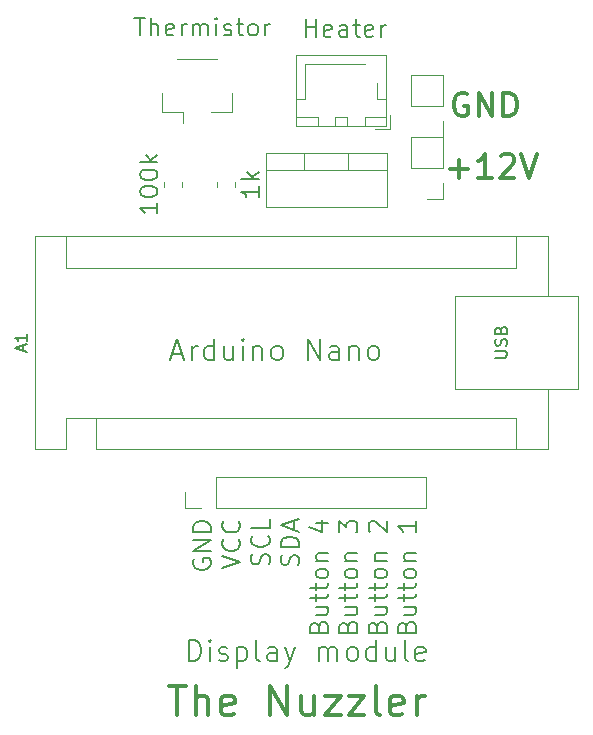
<source format=gbr>
%TF.GenerationSoftware,KiCad,Pcbnew,8.0.5*%
%TF.CreationDate,2024-11-28T22:16:39+01:00*%
%TF.ProjectId,hotendheater,686f7465-6e64-4686-9561-7465722e6b69,rev?*%
%TF.SameCoordinates,Original*%
%TF.FileFunction,Legend,Top*%
%TF.FilePolarity,Positive*%
%FSLAX46Y46*%
G04 Gerber Fmt 4.6, Leading zero omitted, Abs format (unit mm)*
G04 Created by KiCad (PCBNEW 8.0.5) date 2024-11-28 22:16:39*
%MOMM*%
%LPD*%
G01*
G04 APERTURE LIST*
%ADD10C,0.350000*%
%ADD11C,0.150000*%
%ADD12C,0.300000*%
%ADD13C,0.200000*%
%ADD14C,0.120000*%
G04 APERTURE END LIST*
D10*
X118668358Y-120375847D02*
X120096929Y-120375847D01*
X119382643Y-122875847D02*
X119382643Y-120375847D01*
X120930263Y-122875847D02*
X120930263Y-120375847D01*
X122001691Y-122875847D02*
X122001691Y-121566323D01*
X122001691Y-121566323D02*
X121882644Y-121328228D01*
X121882644Y-121328228D02*
X121644548Y-121209180D01*
X121644548Y-121209180D02*
X121287405Y-121209180D01*
X121287405Y-121209180D02*
X121049310Y-121328228D01*
X121049310Y-121328228D02*
X120930263Y-121447276D01*
X124144549Y-122756800D02*
X123906453Y-122875847D01*
X123906453Y-122875847D02*
X123430263Y-122875847D01*
X123430263Y-122875847D02*
X123192168Y-122756800D01*
X123192168Y-122756800D02*
X123073120Y-122518704D01*
X123073120Y-122518704D02*
X123073120Y-121566323D01*
X123073120Y-121566323D02*
X123192168Y-121328228D01*
X123192168Y-121328228D02*
X123430263Y-121209180D01*
X123430263Y-121209180D02*
X123906453Y-121209180D01*
X123906453Y-121209180D02*
X124144549Y-121328228D01*
X124144549Y-121328228D02*
X124263596Y-121566323D01*
X124263596Y-121566323D02*
X124263596Y-121804419D01*
X124263596Y-121804419D02*
X123073120Y-122042514D01*
X127239787Y-122875847D02*
X127239787Y-120375847D01*
X127239787Y-120375847D02*
X128668358Y-122875847D01*
X128668358Y-122875847D02*
X128668358Y-120375847D01*
X130930263Y-121209180D02*
X130930263Y-122875847D01*
X129858835Y-121209180D02*
X129858835Y-122518704D01*
X129858835Y-122518704D02*
X129977882Y-122756800D01*
X129977882Y-122756800D02*
X130215977Y-122875847D01*
X130215977Y-122875847D02*
X130573120Y-122875847D01*
X130573120Y-122875847D02*
X130811216Y-122756800D01*
X130811216Y-122756800D02*
X130930263Y-122637752D01*
X131882644Y-121209180D02*
X133192168Y-121209180D01*
X133192168Y-121209180D02*
X131882644Y-122875847D01*
X131882644Y-122875847D02*
X133192168Y-122875847D01*
X133906454Y-121209180D02*
X135215978Y-121209180D01*
X135215978Y-121209180D02*
X133906454Y-122875847D01*
X133906454Y-122875847D02*
X135215978Y-122875847D01*
X136525502Y-122875847D02*
X136287407Y-122756800D01*
X136287407Y-122756800D02*
X136168360Y-122518704D01*
X136168360Y-122518704D02*
X136168360Y-120375847D01*
X138430265Y-122756800D02*
X138192169Y-122875847D01*
X138192169Y-122875847D02*
X137715979Y-122875847D01*
X137715979Y-122875847D02*
X137477884Y-122756800D01*
X137477884Y-122756800D02*
X137358836Y-122518704D01*
X137358836Y-122518704D02*
X137358836Y-121566323D01*
X137358836Y-121566323D02*
X137477884Y-121328228D01*
X137477884Y-121328228D02*
X137715979Y-121209180D01*
X137715979Y-121209180D02*
X138192169Y-121209180D01*
X138192169Y-121209180D02*
X138430265Y-121328228D01*
X138430265Y-121328228D02*
X138549312Y-121566323D01*
X138549312Y-121566323D02*
X138549312Y-121804419D01*
X138549312Y-121804419D02*
X137358836Y-122042514D01*
X139620741Y-122875847D02*
X139620741Y-121209180D01*
X139620741Y-121685371D02*
X139739788Y-121447276D01*
X139739788Y-121447276D02*
X139858836Y-121328228D01*
X139858836Y-121328228D02*
X140096931Y-121209180D01*
X140096931Y-121209180D02*
X140335026Y-121209180D01*
D11*
X130255826Y-65408628D02*
X130255826Y-63908628D01*
X130255826Y-64622914D02*
X131112969Y-64622914D01*
X131112969Y-65408628D02*
X131112969Y-63908628D01*
X132398684Y-65337200D02*
X132255827Y-65408628D01*
X132255827Y-65408628D02*
X131970113Y-65408628D01*
X131970113Y-65408628D02*
X131827255Y-65337200D01*
X131827255Y-65337200D02*
X131755827Y-65194342D01*
X131755827Y-65194342D02*
X131755827Y-64622914D01*
X131755827Y-64622914D02*
X131827255Y-64480057D01*
X131827255Y-64480057D02*
X131970113Y-64408628D01*
X131970113Y-64408628D02*
X132255827Y-64408628D01*
X132255827Y-64408628D02*
X132398684Y-64480057D01*
X132398684Y-64480057D02*
X132470113Y-64622914D01*
X132470113Y-64622914D02*
X132470113Y-64765771D01*
X132470113Y-64765771D02*
X131755827Y-64908628D01*
X133755827Y-65408628D02*
X133755827Y-64622914D01*
X133755827Y-64622914D02*
X133684398Y-64480057D01*
X133684398Y-64480057D02*
X133541541Y-64408628D01*
X133541541Y-64408628D02*
X133255827Y-64408628D01*
X133255827Y-64408628D02*
X133112969Y-64480057D01*
X133755827Y-65337200D02*
X133612969Y-65408628D01*
X133612969Y-65408628D02*
X133255827Y-65408628D01*
X133255827Y-65408628D02*
X133112969Y-65337200D01*
X133112969Y-65337200D02*
X133041541Y-65194342D01*
X133041541Y-65194342D02*
X133041541Y-65051485D01*
X133041541Y-65051485D02*
X133112969Y-64908628D01*
X133112969Y-64908628D02*
X133255827Y-64837200D01*
X133255827Y-64837200D02*
X133612969Y-64837200D01*
X133612969Y-64837200D02*
X133755827Y-64765771D01*
X134255827Y-64408628D02*
X134827255Y-64408628D01*
X134470112Y-63908628D02*
X134470112Y-65194342D01*
X134470112Y-65194342D02*
X134541541Y-65337200D01*
X134541541Y-65337200D02*
X134684398Y-65408628D01*
X134684398Y-65408628D02*
X134827255Y-65408628D01*
X135898684Y-65337200D02*
X135755827Y-65408628D01*
X135755827Y-65408628D02*
X135470113Y-65408628D01*
X135470113Y-65408628D02*
X135327255Y-65337200D01*
X135327255Y-65337200D02*
X135255827Y-65194342D01*
X135255827Y-65194342D02*
X135255827Y-64622914D01*
X135255827Y-64622914D02*
X135327255Y-64480057D01*
X135327255Y-64480057D02*
X135470113Y-64408628D01*
X135470113Y-64408628D02*
X135755827Y-64408628D01*
X135755827Y-64408628D02*
X135898684Y-64480057D01*
X135898684Y-64480057D02*
X135970113Y-64622914D01*
X135970113Y-64622914D02*
X135970113Y-64765771D01*
X135970113Y-64765771D02*
X135255827Y-64908628D01*
X136612969Y-65408628D02*
X136612969Y-64408628D01*
X136612969Y-64694342D02*
X136684398Y-64551485D01*
X136684398Y-64551485D02*
X136755827Y-64480057D01*
X136755827Y-64480057D02*
X136898684Y-64408628D01*
X136898684Y-64408628D02*
X137041541Y-64408628D01*
X115741541Y-63808628D02*
X116598684Y-63808628D01*
X116170112Y-65308628D02*
X116170112Y-63808628D01*
X117098683Y-65308628D02*
X117098683Y-63808628D01*
X117741541Y-65308628D02*
X117741541Y-64522914D01*
X117741541Y-64522914D02*
X117670112Y-64380057D01*
X117670112Y-64380057D02*
X117527255Y-64308628D01*
X117527255Y-64308628D02*
X117312969Y-64308628D01*
X117312969Y-64308628D02*
X117170112Y-64380057D01*
X117170112Y-64380057D02*
X117098683Y-64451485D01*
X119027255Y-65237200D02*
X118884398Y-65308628D01*
X118884398Y-65308628D02*
X118598684Y-65308628D01*
X118598684Y-65308628D02*
X118455826Y-65237200D01*
X118455826Y-65237200D02*
X118384398Y-65094342D01*
X118384398Y-65094342D02*
X118384398Y-64522914D01*
X118384398Y-64522914D02*
X118455826Y-64380057D01*
X118455826Y-64380057D02*
X118598684Y-64308628D01*
X118598684Y-64308628D02*
X118884398Y-64308628D01*
X118884398Y-64308628D02*
X119027255Y-64380057D01*
X119027255Y-64380057D02*
X119098684Y-64522914D01*
X119098684Y-64522914D02*
X119098684Y-64665771D01*
X119098684Y-64665771D02*
X118384398Y-64808628D01*
X119741540Y-65308628D02*
X119741540Y-64308628D01*
X119741540Y-64594342D02*
X119812969Y-64451485D01*
X119812969Y-64451485D02*
X119884398Y-64380057D01*
X119884398Y-64380057D02*
X120027255Y-64308628D01*
X120027255Y-64308628D02*
X120170112Y-64308628D01*
X120670111Y-65308628D02*
X120670111Y-64308628D01*
X120670111Y-64451485D02*
X120741540Y-64380057D01*
X120741540Y-64380057D02*
X120884397Y-64308628D01*
X120884397Y-64308628D02*
X121098683Y-64308628D01*
X121098683Y-64308628D02*
X121241540Y-64380057D01*
X121241540Y-64380057D02*
X121312969Y-64522914D01*
X121312969Y-64522914D02*
X121312969Y-65308628D01*
X121312969Y-64522914D02*
X121384397Y-64380057D01*
X121384397Y-64380057D02*
X121527254Y-64308628D01*
X121527254Y-64308628D02*
X121741540Y-64308628D01*
X121741540Y-64308628D02*
X121884397Y-64380057D01*
X121884397Y-64380057D02*
X121955826Y-64522914D01*
X121955826Y-64522914D02*
X121955826Y-65308628D01*
X122670111Y-65308628D02*
X122670111Y-64308628D01*
X122670111Y-63808628D02*
X122598683Y-63880057D01*
X122598683Y-63880057D02*
X122670111Y-63951485D01*
X122670111Y-63951485D02*
X122741540Y-63880057D01*
X122741540Y-63880057D02*
X122670111Y-63808628D01*
X122670111Y-63808628D02*
X122670111Y-63951485D01*
X123312969Y-65237200D02*
X123455826Y-65308628D01*
X123455826Y-65308628D02*
X123741540Y-65308628D01*
X123741540Y-65308628D02*
X123884397Y-65237200D01*
X123884397Y-65237200D02*
X123955826Y-65094342D01*
X123955826Y-65094342D02*
X123955826Y-65022914D01*
X123955826Y-65022914D02*
X123884397Y-64880057D01*
X123884397Y-64880057D02*
X123741540Y-64808628D01*
X123741540Y-64808628D02*
X123527255Y-64808628D01*
X123527255Y-64808628D02*
X123384397Y-64737200D01*
X123384397Y-64737200D02*
X123312969Y-64594342D01*
X123312969Y-64594342D02*
X123312969Y-64522914D01*
X123312969Y-64522914D02*
X123384397Y-64380057D01*
X123384397Y-64380057D02*
X123527255Y-64308628D01*
X123527255Y-64308628D02*
X123741540Y-64308628D01*
X123741540Y-64308628D02*
X123884397Y-64380057D01*
X124384398Y-64308628D02*
X124955826Y-64308628D01*
X124598683Y-63808628D02*
X124598683Y-65094342D01*
X124598683Y-65094342D02*
X124670112Y-65237200D01*
X124670112Y-65237200D02*
X124812969Y-65308628D01*
X124812969Y-65308628D02*
X124955826Y-65308628D01*
X125670112Y-65308628D02*
X125527255Y-65237200D01*
X125527255Y-65237200D02*
X125455826Y-65165771D01*
X125455826Y-65165771D02*
X125384398Y-65022914D01*
X125384398Y-65022914D02*
X125384398Y-64594342D01*
X125384398Y-64594342D02*
X125455826Y-64451485D01*
X125455826Y-64451485D02*
X125527255Y-64380057D01*
X125527255Y-64380057D02*
X125670112Y-64308628D01*
X125670112Y-64308628D02*
X125884398Y-64308628D01*
X125884398Y-64308628D02*
X126027255Y-64380057D01*
X126027255Y-64380057D02*
X126098684Y-64451485D01*
X126098684Y-64451485D02*
X126170112Y-64594342D01*
X126170112Y-64594342D02*
X126170112Y-65022914D01*
X126170112Y-65022914D02*
X126098684Y-65165771D01*
X126098684Y-65165771D02*
X126027255Y-65237200D01*
X126027255Y-65237200D02*
X125884398Y-65308628D01*
X125884398Y-65308628D02*
X125670112Y-65308628D01*
X126812969Y-65308628D02*
X126812969Y-64308628D01*
X126812969Y-64594342D02*
X126884398Y-64451485D01*
X126884398Y-64451485D02*
X126955827Y-64380057D01*
X126955827Y-64380057D02*
X127098684Y-64308628D01*
X127098684Y-64308628D02*
X127241541Y-64308628D01*
X118941541Y-92257628D02*
X119798684Y-92257628D01*
X118770112Y-92771914D02*
X119370112Y-90971914D01*
X119370112Y-90971914D02*
X119970112Y-92771914D01*
X120570112Y-92771914D02*
X120570112Y-91571914D01*
X120570112Y-91914771D02*
X120655826Y-91743342D01*
X120655826Y-91743342D02*
X120741541Y-91657628D01*
X120741541Y-91657628D02*
X120912969Y-91571914D01*
X120912969Y-91571914D02*
X121084398Y-91571914D01*
X122455827Y-92771914D02*
X122455827Y-90971914D01*
X122455827Y-92686200D02*
X122284398Y-92771914D01*
X122284398Y-92771914D02*
X121941541Y-92771914D01*
X121941541Y-92771914D02*
X121770112Y-92686200D01*
X121770112Y-92686200D02*
X121684398Y-92600485D01*
X121684398Y-92600485D02*
X121598684Y-92429057D01*
X121598684Y-92429057D02*
X121598684Y-91914771D01*
X121598684Y-91914771D02*
X121684398Y-91743342D01*
X121684398Y-91743342D02*
X121770112Y-91657628D01*
X121770112Y-91657628D02*
X121941541Y-91571914D01*
X121941541Y-91571914D02*
X122284398Y-91571914D01*
X122284398Y-91571914D02*
X122455827Y-91657628D01*
X124084398Y-91571914D02*
X124084398Y-92771914D01*
X123312969Y-91571914D02*
X123312969Y-92514771D01*
X123312969Y-92514771D02*
X123398683Y-92686200D01*
X123398683Y-92686200D02*
X123570112Y-92771914D01*
X123570112Y-92771914D02*
X123827255Y-92771914D01*
X123827255Y-92771914D02*
X123998683Y-92686200D01*
X123998683Y-92686200D02*
X124084398Y-92600485D01*
X124941540Y-92771914D02*
X124941540Y-91571914D01*
X124941540Y-90971914D02*
X124855826Y-91057628D01*
X124855826Y-91057628D02*
X124941540Y-91143342D01*
X124941540Y-91143342D02*
X125027254Y-91057628D01*
X125027254Y-91057628D02*
X124941540Y-90971914D01*
X124941540Y-90971914D02*
X124941540Y-91143342D01*
X125798683Y-91571914D02*
X125798683Y-92771914D01*
X125798683Y-91743342D02*
X125884397Y-91657628D01*
X125884397Y-91657628D02*
X126055826Y-91571914D01*
X126055826Y-91571914D02*
X126312969Y-91571914D01*
X126312969Y-91571914D02*
X126484397Y-91657628D01*
X126484397Y-91657628D02*
X126570112Y-91829057D01*
X126570112Y-91829057D02*
X126570112Y-92771914D01*
X127684397Y-92771914D02*
X127512968Y-92686200D01*
X127512968Y-92686200D02*
X127427254Y-92600485D01*
X127427254Y-92600485D02*
X127341540Y-92429057D01*
X127341540Y-92429057D02*
X127341540Y-91914771D01*
X127341540Y-91914771D02*
X127427254Y-91743342D01*
X127427254Y-91743342D02*
X127512968Y-91657628D01*
X127512968Y-91657628D02*
X127684397Y-91571914D01*
X127684397Y-91571914D02*
X127941540Y-91571914D01*
X127941540Y-91571914D02*
X128112968Y-91657628D01*
X128112968Y-91657628D02*
X128198683Y-91743342D01*
X128198683Y-91743342D02*
X128284397Y-91914771D01*
X128284397Y-91914771D02*
X128284397Y-92429057D01*
X128284397Y-92429057D02*
X128198683Y-92600485D01*
X128198683Y-92600485D02*
X128112968Y-92686200D01*
X128112968Y-92686200D02*
X127941540Y-92771914D01*
X127941540Y-92771914D02*
X127684397Y-92771914D01*
X130427254Y-92771914D02*
X130427254Y-90971914D01*
X130427254Y-90971914D02*
X131455825Y-92771914D01*
X131455825Y-92771914D02*
X131455825Y-90971914D01*
X133084397Y-92771914D02*
X133084397Y-91829057D01*
X133084397Y-91829057D02*
X132998682Y-91657628D01*
X132998682Y-91657628D02*
X132827254Y-91571914D01*
X132827254Y-91571914D02*
X132484397Y-91571914D01*
X132484397Y-91571914D02*
X132312968Y-91657628D01*
X133084397Y-92686200D02*
X132912968Y-92771914D01*
X132912968Y-92771914D02*
X132484397Y-92771914D01*
X132484397Y-92771914D02*
X132312968Y-92686200D01*
X132312968Y-92686200D02*
X132227254Y-92514771D01*
X132227254Y-92514771D02*
X132227254Y-92343342D01*
X132227254Y-92343342D02*
X132312968Y-92171914D01*
X132312968Y-92171914D02*
X132484397Y-92086200D01*
X132484397Y-92086200D02*
X132912968Y-92086200D01*
X132912968Y-92086200D02*
X133084397Y-92000485D01*
X133941539Y-91571914D02*
X133941539Y-92771914D01*
X133941539Y-91743342D02*
X134027253Y-91657628D01*
X134027253Y-91657628D02*
X134198682Y-91571914D01*
X134198682Y-91571914D02*
X134455825Y-91571914D01*
X134455825Y-91571914D02*
X134627253Y-91657628D01*
X134627253Y-91657628D02*
X134712968Y-91829057D01*
X134712968Y-91829057D02*
X134712968Y-92771914D01*
X135827253Y-92771914D02*
X135655824Y-92686200D01*
X135655824Y-92686200D02*
X135570110Y-92600485D01*
X135570110Y-92600485D02*
X135484396Y-92429057D01*
X135484396Y-92429057D02*
X135484396Y-91914771D01*
X135484396Y-91914771D02*
X135570110Y-91743342D01*
X135570110Y-91743342D02*
X135655824Y-91657628D01*
X135655824Y-91657628D02*
X135827253Y-91571914D01*
X135827253Y-91571914D02*
X136084396Y-91571914D01*
X136084396Y-91571914D02*
X136255824Y-91657628D01*
X136255824Y-91657628D02*
X136341539Y-91743342D01*
X136341539Y-91743342D02*
X136427253Y-91914771D01*
X136427253Y-91914771D02*
X136427253Y-92429057D01*
X136427253Y-92429057D02*
X136341539Y-92600485D01*
X136341539Y-92600485D02*
X136255824Y-92686200D01*
X136255824Y-92686200D02*
X136084396Y-92771914D01*
X136084396Y-92771914D02*
X135827253Y-92771914D01*
X120327255Y-118271914D02*
X120327255Y-116471914D01*
X120327255Y-116471914D02*
X120755826Y-116471914D01*
X120755826Y-116471914D02*
X121012969Y-116557628D01*
X121012969Y-116557628D02*
X121184398Y-116729057D01*
X121184398Y-116729057D02*
X121270112Y-116900485D01*
X121270112Y-116900485D02*
X121355826Y-117243342D01*
X121355826Y-117243342D02*
X121355826Y-117500485D01*
X121355826Y-117500485D02*
X121270112Y-117843342D01*
X121270112Y-117843342D02*
X121184398Y-118014771D01*
X121184398Y-118014771D02*
X121012969Y-118186200D01*
X121012969Y-118186200D02*
X120755826Y-118271914D01*
X120755826Y-118271914D02*
X120327255Y-118271914D01*
X122127255Y-118271914D02*
X122127255Y-117071914D01*
X122127255Y-116471914D02*
X122041541Y-116557628D01*
X122041541Y-116557628D02*
X122127255Y-116643342D01*
X122127255Y-116643342D02*
X122212969Y-116557628D01*
X122212969Y-116557628D02*
X122127255Y-116471914D01*
X122127255Y-116471914D02*
X122127255Y-116643342D01*
X122898684Y-118186200D02*
X123070112Y-118271914D01*
X123070112Y-118271914D02*
X123412969Y-118271914D01*
X123412969Y-118271914D02*
X123584398Y-118186200D01*
X123584398Y-118186200D02*
X123670112Y-118014771D01*
X123670112Y-118014771D02*
X123670112Y-117929057D01*
X123670112Y-117929057D02*
X123584398Y-117757628D01*
X123584398Y-117757628D02*
X123412969Y-117671914D01*
X123412969Y-117671914D02*
X123155827Y-117671914D01*
X123155827Y-117671914D02*
X122984398Y-117586200D01*
X122984398Y-117586200D02*
X122898684Y-117414771D01*
X122898684Y-117414771D02*
X122898684Y-117329057D01*
X122898684Y-117329057D02*
X122984398Y-117157628D01*
X122984398Y-117157628D02*
X123155827Y-117071914D01*
X123155827Y-117071914D02*
X123412969Y-117071914D01*
X123412969Y-117071914D02*
X123584398Y-117157628D01*
X124441541Y-117071914D02*
X124441541Y-118871914D01*
X124441541Y-117157628D02*
X124612970Y-117071914D01*
X124612970Y-117071914D02*
X124955827Y-117071914D01*
X124955827Y-117071914D02*
X125127255Y-117157628D01*
X125127255Y-117157628D02*
X125212970Y-117243342D01*
X125212970Y-117243342D02*
X125298684Y-117414771D01*
X125298684Y-117414771D02*
X125298684Y-117929057D01*
X125298684Y-117929057D02*
X125212970Y-118100485D01*
X125212970Y-118100485D02*
X125127255Y-118186200D01*
X125127255Y-118186200D02*
X124955827Y-118271914D01*
X124955827Y-118271914D02*
X124612970Y-118271914D01*
X124612970Y-118271914D02*
X124441541Y-118186200D01*
X126327255Y-118271914D02*
X126155826Y-118186200D01*
X126155826Y-118186200D02*
X126070112Y-118014771D01*
X126070112Y-118014771D02*
X126070112Y-116471914D01*
X127784398Y-118271914D02*
X127784398Y-117329057D01*
X127784398Y-117329057D02*
X127698683Y-117157628D01*
X127698683Y-117157628D02*
X127527255Y-117071914D01*
X127527255Y-117071914D02*
X127184398Y-117071914D01*
X127184398Y-117071914D02*
X127012969Y-117157628D01*
X127784398Y-118186200D02*
X127612969Y-118271914D01*
X127612969Y-118271914D02*
X127184398Y-118271914D01*
X127184398Y-118271914D02*
X127012969Y-118186200D01*
X127012969Y-118186200D02*
X126927255Y-118014771D01*
X126927255Y-118014771D02*
X126927255Y-117843342D01*
X126927255Y-117843342D02*
X127012969Y-117671914D01*
X127012969Y-117671914D02*
X127184398Y-117586200D01*
X127184398Y-117586200D02*
X127612969Y-117586200D01*
X127612969Y-117586200D02*
X127784398Y-117500485D01*
X128470111Y-117071914D02*
X128898683Y-118271914D01*
X129327254Y-117071914D02*
X128898683Y-118271914D01*
X128898683Y-118271914D02*
X128727254Y-118700485D01*
X128727254Y-118700485D02*
X128641540Y-118786200D01*
X128641540Y-118786200D02*
X128470111Y-118871914D01*
X131384398Y-118271914D02*
X131384398Y-117071914D01*
X131384398Y-117243342D02*
X131470112Y-117157628D01*
X131470112Y-117157628D02*
X131641541Y-117071914D01*
X131641541Y-117071914D02*
X131898684Y-117071914D01*
X131898684Y-117071914D02*
X132070112Y-117157628D01*
X132070112Y-117157628D02*
X132155827Y-117329057D01*
X132155827Y-117329057D02*
X132155827Y-118271914D01*
X132155827Y-117329057D02*
X132241541Y-117157628D01*
X132241541Y-117157628D02*
X132412969Y-117071914D01*
X132412969Y-117071914D02*
X132670112Y-117071914D01*
X132670112Y-117071914D02*
X132841541Y-117157628D01*
X132841541Y-117157628D02*
X132927255Y-117329057D01*
X132927255Y-117329057D02*
X132927255Y-118271914D01*
X134041541Y-118271914D02*
X133870112Y-118186200D01*
X133870112Y-118186200D02*
X133784398Y-118100485D01*
X133784398Y-118100485D02*
X133698684Y-117929057D01*
X133698684Y-117929057D02*
X133698684Y-117414771D01*
X133698684Y-117414771D02*
X133784398Y-117243342D01*
X133784398Y-117243342D02*
X133870112Y-117157628D01*
X133870112Y-117157628D02*
X134041541Y-117071914D01*
X134041541Y-117071914D02*
X134298684Y-117071914D01*
X134298684Y-117071914D02*
X134470112Y-117157628D01*
X134470112Y-117157628D02*
X134555827Y-117243342D01*
X134555827Y-117243342D02*
X134641541Y-117414771D01*
X134641541Y-117414771D02*
X134641541Y-117929057D01*
X134641541Y-117929057D02*
X134555827Y-118100485D01*
X134555827Y-118100485D02*
X134470112Y-118186200D01*
X134470112Y-118186200D02*
X134298684Y-118271914D01*
X134298684Y-118271914D02*
X134041541Y-118271914D01*
X136184398Y-118271914D02*
X136184398Y-116471914D01*
X136184398Y-118186200D02*
X136012969Y-118271914D01*
X136012969Y-118271914D02*
X135670112Y-118271914D01*
X135670112Y-118271914D02*
X135498683Y-118186200D01*
X135498683Y-118186200D02*
X135412969Y-118100485D01*
X135412969Y-118100485D02*
X135327255Y-117929057D01*
X135327255Y-117929057D02*
X135327255Y-117414771D01*
X135327255Y-117414771D02*
X135412969Y-117243342D01*
X135412969Y-117243342D02*
X135498683Y-117157628D01*
X135498683Y-117157628D02*
X135670112Y-117071914D01*
X135670112Y-117071914D02*
X136012969Y-117071914D01*
X136012969Y-117071914D02*
X136184398Y-117157628D01*
X137812969Y-117071914D02*
X137812969Y-118271914D01*
X137041540Y-117071914D02*
X137041540Y-118014771D01*
X137041540Y-118014771D02*
X137127254Y-118186200D01*
X137127254Y-118186200D02*
X137298683Y-118271914D01*
X137298683Y-118271914D02*
X137555826Y-118271914D01*
X137555826Y-118271914D02*
X137727254Y-118186200D01*
X137727254Y-118186200D02*
X137812969Y-118100485D01*
X138927254Y-118271914D02*
X138755825Y-118186200D01*
X138755825Y-118186200D02*
X138670111Y-118014771D01*
X138670111Y-118014771D02*
X138670111Y-116471914D01*
X140298682Y-118186200D02*
X140127254Y-118271914D01*
X140127254Y-118271914D02*
X139784397Y-118271914D01*
X139784397Y-118271914D02*
X139612968Y-118186200D01*
X139612968Y-118186200D02*
X139527254Y-118014771D01*
X139527254Y-118014771D02*
X139527254Y-117329057D01*
X139527254Y-117329057D02*
X139612968Y-117157628D01*
X139612968Y-117157628D02*
X139784397Y-117071914D01*
X139784397Y-117071914D02*
X140127254Y-117071914D01*
X140127254Y-117071914D02*
X140298682Y-117157628D01*
X140298682Y-117157628D02*
X140384397Y-117329057D01*
X140384397Y-117329057D02*
X140384397Y-117500485D01*
X140384397Y-117500485D02*
X139527254Y-117671914D01*
D12*
X143921177Y-70234876D02*
X143730701Y-70139638D01*
X143730701Y-70139638D02*
X143444987Y-70139638D01*
X143444987Y-70139638D02*
X143159272Y-70234876D01*
X143159272Y-70234876D02*
X142968796Y-70425352D01*
X142968796Y-70425352D02*
X142873558Y-70615828D01*
X142873558Y-70615828D02*
X142778320Y-70996780D01*
X142778320Y-70996780D02*
X142778320Y-71282495D01*
X142778320Y-71282495D02*
X142873558Y-71663447D01*
X142873558Y-71663447D02*
X142968796Y-71853923D01*
X142968796Y-71853923D02*
X143159272Y-72044400D01*
X143159272Y-72044400D02*
X143444987Y-72139638D01*
X143444987Y-72139638D02*
X143635463Y-72139638D01*
X143635463Y-72139638D02*
X143921177Y-72044400D01*
X143921177Y-72044400D02*
X144016415Y-71949161D01*
X144016415Y-71949161D02*
X144016415Y-71282495D01*
X144016415Y-71282495D02*
X143635463Y-71282495D01*
X144873558Y-72139638D02*
X144873558Y-70139638D01*
X144873558Y-70139638D02*
X146016415Y-72139638D01*
X146016415Y-72139638D02*
X146016415Y-70139638D01*
X146968796Y-72139638D02*
X146968796Y-70139638D01*
X146968796Y-70139638D02*
X147444986Y-70139638D01*
X147444986Y-70139638D02*
X147730701Y-70234876D01*
X147730701Y-70234876D02*
X147921177Y-70425352D01*
X147921177Y-70425352D02*
X148016415Y-70615828D01*
X148016415Y-70615828D02*
X148111653Y-70996780D01*
X148111653Y-70996780D02*
X148111653Y-71282495D01*
X148111653Y-71282495D02*
X148016415Y-71663447D01*
X148016415Y-71663447D02*
X147921177Y-71853923D01*
X147921177Y-71853923D02*
X147730701Y-72044400D01*
X147730701Y-72044400D02*
X147444986Y-72139638D01*
X147444986Y-72139638D02*
X146968796Y-72139638D01*
X142473558Y-76577733D02*
X143997368Y-76577733D01*
X143235463Y-77339638D02*
X143235463Y-75815828D01*
X145997367Y-77339638D02*
X144854510Y-77339638D01*
X145425938Y-77339638D02*
X145425938Y-75339638D01*
X145425938Y-75339638D02*
X145235462Y-75625352D01*
X145235462Y-75625352D02*
X145044986Y-75815828D01*
X145044986Y-75815828D02*
X144854510Y-75911066D01*
X146759272Y-75530114D02*
X146854510Y-75434876D01*
X146854510Y-75434876D02*
X147044986Y-75339638D01*
X147044986Y-75339638D02*
X147521177Y-75339638D01*
X147521177Y-75339638D02*
X147711653Y-75434876D01*
X147711653Y-75434876D02*
X147806891Y-75530114D01*
X147806891Y-75530114D02*
X147902129Y-75720590D01*
X147902129Y-75720590D02*
X147902129Y-75911066D01*
X147902129Y-75911066D02*
X147806891Y-76196780D01*
X147806891Y-76196780D02*
X146664034Y-77339638D01*
X146664034Y-77339638D02*
X147902129Y-77339638D01*
X148473558Y-75339638D02*
X149140224Y-77339638D01*
X149140224Y-77339638D02*
X149806891Y-75339638D01*
D13*
X120757767Y-109651577D02*
X120684434Y-109798244D01*
X120684434Y-109798244D02*
X120684434Y-110018244D01*
X120684434Y-110018244D02*
X120757767Y-110238244D01*
X120757767Y-110238244D02*
X120904434Y-110384911D01*
X120904434Y-110384911D02*
X121051101Y-110458244D01*
X121051101Y-110458244D02*
X121344434Y-110531577D01*
X121344434Y-110531577D02*
X121564434Y-110531577D01*
X121564434Y-110531577D02*
X121857767Y-110458244D01*
X121857767Y-110458244D02*
X122004434Y-110384911D01*
X122004434Y-110384911D02*
X122151101Y-110238244D01*
X122151101Y-110238244D02*
X122224434Y-110018244D01*
X122224434Y-110018244D02*
X122224434Y-109871577D01*
X122224434Y-109871577D02*
X122151101Y-109651577D01*
X122151101Y-109651577D02*
X122077767Y-109578244D01*
X122077767Y-109578244D02*
X121564434Y-109578244D01*
X121564434Y-109578244D02*
X121564434Y-109871577D01*
X122224434Y-108918244D02*
X120684434Y-108918244D01*
X120684434Y-108918244D02*
X122224434Y-108038244D01*
X122224434Y-108038244D02*
X120684434Y-108038244D01*
X122224434Y-107304911D02*
X120684434Y-107304911D01*
X120684434Y-107304911D02*
X120684434Y-106938244D01*
X120684434Y-106938244D02*
X120757767Y-106718244D01*
X120757767Y-106718244D02*
X120904434Y-106571578D01*
X120904434Y-106571578D02*
X121051101Y-106498244D01*
X121051101Y-106498244D02*
X121344434Y-106424911D01*
X121344434Y-106424911D02*
X121564434Y-106424911D01*
X121564434Y-106424911D02*
X121857767Y-106498244D01*
X121857767Y-106498244D02*
X122004434Y-106571578D01*
X122004434Y-106571578D02*
X122151101Y-106718244D01*
X122151101Y-106718244D02*
X122224434Y-106938244D01*
X122224434Y-106938244D02*
X122224434Y-107304911D01*
X123163748Y-110384911D02*
X124703748Y-109871578D01*
X124703748Y-109871578D02*
X123163748Y-109358244D01*
X124557081Y-107964911D02*
X124630415Y-108038244D01*
X124630415Y-108038244D02*
X124703748Y-108258244D01*
X124703748Y-108258244D02*
X124703748Y-108404911D01*
X124703748Y-108404911D02*
X124630415Y-108624911D01*
X124630415Y-108624911D02*
X124483748Y-108771578D01*
X124483748Y-108771578D02*
X124337081Y-108844911D01*
X124337081Y-108844911D02*
X124043748Y-108918244D01*
X124043748Y-108918244D02*
X123823748Y-108918244D01*
X123823748Y-108918244D02*
X123530415Y-108844911D01*
X123530415Y-108844911D02*
X123383748Y-108771578D01*
X123383748Y-108771578D02*
X123237081Y-108624911D01*
X123237081Y-108624911D02*
X123163748Y-108404911D01*
X123163748Y-108404911D02*
X123163748Y-108258244D01*
X123163748Y-108258244D02*
X123237081Y-108038244D01*
X123237081Y-108038244D02*
X123310415Y-107964911D01*
X124557081Y-106424911D02*
X124630415Y-106498244D01*
X124630415Y-106498244D02*
X124703748Y-106718244D01*
X124703748Y-106718244D02*
X124703748Y-106864911D01*
X124703748Y-106864911D02*
X124630415Y-107084911D01*
X124630415Y-107084911D02*
X124483748Y-107231578D01*
X124483748Y-107231578D02*
X124337081Y-107304911D01*
X124337081Y-107304911D02*
X124043748Y-107378244D01*
X124043748Y-107378244D02*
X123823748Y-107378244D01*
X123823748Y-107378244D02*
X123530415Y-107304911D01*
X123530415Y-107304911D02*
X123383748Y-107231578D01*
X123383748Y-107231578D02*
X123237081Y-107084911D01*
X123237081Y-107084911D02*
X123163748Y-106864911D01*
X123163748Y-106864911D02*
X123163748Y-106718244D01*
X123163748Y-106718244D02*
X123237081Y-106498244D01*
X123237081Y-106498244D02*
X123310415Y-106424911D01*
X127109729Y-110091578D02*
X127183062Y-109871578D01*
X127183062Y-109871578D02*
X127183062Y-109504912D01*
X127183062Y-109504912D02*
X127109729Y-109358245D01*
X127109729Y-109358245D02*
X127036395Y-109284912D01*
X127036395Y-109284912D02*
X126889729Y-109211578D01*
X126889729Y-109211578D02*
X126743062Y-109211578D01*
X126743062Y-109211578D02*
X126596395Y-109284912D01*
X126596395Y-109284912D02*
X126523062Y-109358245D01*
X126523062Y-109358245D02*
X126449729Y-109504912D01*
X126449729Y-109504912D02*
X126376395Y-109798245D01*
X126376395Y-109798245D02*
X126303062Y-109944912D01*
X126303062Y-109944912D02*
X126229729Y-110018245D01*
X126229729Y-110018245D02*
X126083062Y-110091578D01*
X126083062Y-110091578D02*
X125936395Y-110091578D01*
X125936395Y-110091578D02*
X125789729Y-110018245D01*
X125789729Y-110018245D02*
X125716395Y-109944912D01*
X125716395Y-109944912D02*
X125643062Y-109798245D01*
X125643062Y-109798245D02*
X125643062Y-109431578D01*
X125643062Y-109431578D02*
X125716395Y-109211578D01*
X127036395Y-107671578D02*
X127109729Y-107744911D01*
X127109729Y-107744911D02*
X127183062Y-107964911D01*
X127183062Y-107964911D02*
X127183062Y-108111578D01*
X127183062Y-108111578D02*
X127109729Y-108331578D01*
X127109729Y-108331578D02*
X126963062Y-108478245D01*
X126963062Y-108478245D02*
X126816395Y-108551578D01*
X126816395Y-108551578D02*
X126523062Y-108624911D01*
X126523062Y-108624911D02*
X126303062Y-108624911D01*
X126303062Y-108624911D02*
X126009729Y-108551578D01*
X126009729Y-108551578D02*
X125863062Y-108478245D01*
X125863062Y-108478245D02*
X125716395Y-108331578D01*
X125716395Y-108331578D02*
X125643062Y-108111578D01*
X125643062Y-108111578D02*
X125643062Y-107964911D01*
X125643062Y-107964911D02*
X125716395Y-107744911D01*
X125716395Y-107744911D02*
X125789729Y-107671578D01*
X127183062Y-106278245D02*
X127183062Y-107011578D01*
X127183062Y-107011578D02*
X125643062Y-107011578D01*
X129589043Y-110164911D02*
X129662376Y-109944911D01*
X129662376Y-109944911D02*
X129662376Y-109578245D01*
X129662376Y-109578245D02*
X129589043Y-109431578D01*
X129589043Y-109431578D02*
X129515709Y-109358245D01*
X129515709Y-109358245D02*
X129369043Y-109284911D01*
X129369043Y-109284911D02*
X129222376Y-109284911D01*
X129222376Y-109284911D02*
X129075709Y-109358245D01*
X129075709Y-109358245D02*
X129002376Y-109431578D01*
X129002376Y-109431578D02*
X128929043Y-109578245D01*
X128929043Y-109578245D02*
X128855709Y-109871578D01*
X128855709Y-109871578D02*
X128782376Y-110018245D01*
X128782376Y-110018245D02*
X128709043Y-110091578D01*
X128709043Y-110091578D02*
X128562376Y-110164911D01*
X128562376Y-110164911D02*
X128415709Y-110164911D01*
X128415709Y-110164911D02*
X128269043Y-110091578D01*
X128269043Y-110091578D02*
X128195709Y-110018245D01*
X128195709Y-110018245D02*
X128122376Y-109871578D01*
X128122376Y-109871578D02*
X128122376Y-109504911D01*
X128122376Y-109504911D02*
X128195709Y-109284911D01*
X129662376Y-108624911D02*
X128122376Y-108624911D01*
X128122376Y-108624911D02*
X128122376Y-108258244D01*
X128122376Y-108258244D02*
X128195709Y-108038244D01*
X128195709Y-108038244D02*
X128342376Y-107891578D01*
X128342376Y-107891578D02*
X128489043Y-107818244D01*
X128489043Y-107818244D02*
X128782376Y-107744911D01*
X128782376Y-107744911D02*
X129002376Y-107744911D01*
X129002376Y-107744911D02*
X129295709Y-107818244D01*
X129295709Y-107818244D02*
X129442376Y-107891578D01*
X129442376Y-107891578D02*
X129589043Y-108038244D01*
X129589043Y-108038244D02*
X129662376Y-108258244D01*
X129662376Y-108258244D02*
X129662376Y-108624911D01*
X129222376Y-107158244D02*
X129222376Y-106424911D01*
X129662376Y-107304911D02*
X128122376Y-106791578D01*
X128122376Y-106791578D02*
X129662376Y-106278244D01*
X131335023Y-115371577D02*
X131408357Y-115151577D01*
X131408357Y-115151577D02*
X131481690Y-115078243D01*
X131481690Y-115078243D02*
X131628357Y-115004910D01*
X131628357Y-115004910D02*
X131848357Y-115004910D01*
X131848357Y-115004910D02*
X131995023Y-115078243D01*
X131995023Y-115078243D02*
X132068357Y-115151577D01*
X132068357Y-115151577D02*
X132141690Y-115298243D01*
X132141690Y-115298243D02*
X132141690Y-115884910D01*
X132141690Y-115884910D02*
X130601690Y-115884910D01*
X130601690Y-115884910D02*
X130601690Y-115371577D01*
X130601690Y-115371577D02*
X130675023Y-115224910D01*
X130675023Y-115224910D02*
X130748357Y-115151577D01*
X130748357Y-115151577D02*
X130895023Y-115078243D01*
X130895023Y-115078243D02*
X131041690Y-115078243D01*
X131041690Y-115078243D02*
X131188357Y-115151577D01*
X131188357Y-115151577D02*
X131261690Y-115224910D01*
X131261690Y-115224910D02*
X131335023Y-115371577D01*
X131335023Y-115371577D02*
X131335023Y-115884910D01*
X131115023Y-113684910D02*
X132141690Y-113684910D01*
X131115023Y-114344910D02*
X131921690Y-114344910D01*
X131921690Y-114344910D02*
X132068357Y-114271577D01*
X132068357Y-114271577D02*
X132141690Y-114124910D01*
X132141690Y-114124910D02*
X132141690Y-113904910D01*
X132141690Y-113904910D02*
X132068357Y-113758243D01*
X132068357Y-113758243D02*
X131995023Y-113684910D01*
X131115023Y-113171577D02*
X131115023Y-112584910D01*
X130601690Y-112951577D02*
X131921690Y-112951577D01*
X131921690Y-112951577D02*
X132068357Y-112878244D01*
X132068357Y-112878244D02*
X132141690Y-112731577D01*
X132141690Y-112731577D02*
X132141690Y-112584910D01*
X131115023Y-112291577D02*
X131115023Y-111704910D01*
X130601690Y-112071577D02*
X131921690Y-112071577D01*
X131921690Y-112071577D02*
X132068357Y-111998244D01*
X132068357Y-111998244D02*
X132141690Y-111851577D01*
X132141690Y-111851577D02*
X132141690Y-111704910D01*
X132141690Y-110971577D02*
X132068357Y-111118244D01*
X132068357Y-111118244D02*
X131995023Y-111191577D01*
X131995023Y-111191577D02*
X131848357Y-111264910D01*
X131848357Y-111264910D02*
X131408357Y-111264910D01*
X131408357Y-111264910D02*
X131261690Y-111191577D01*
X131261690Y-111191577D02*
X131188357Y-111118244D01*
X131188357Y-111118244D02*
X131115023Y-110971577D01*
X131115023Y-110971577D02*
X131115023Y-110751577D01*
X131115023Y-110751577D02*
X131188357Y-110604910D01*
X131188357Y-110604910D02*
X131261690Y-110531577D01*
X131261690Y-110531577D02*
X131408357Y-110458244D01*
X131408357Y-110458244D02*
X131848357Y-110458244D01*
X131848357Y-110458244D02*
X131995023Y-110531577D01*
X131995023Y-110531577D02*
X132068357Y-110604910D01*
X132068357Y-110604910D02*
X132141690Y-110751577D01*
X132141690Y-110751577D02*
X132141690Y-110971577D01*
X131115023Y-109798244D02*
X132141690Y-109798244D01*
X131261690Y-109798244D02*
X131188357Y-109724911D01*
X131188357Y-109724911D02*
X131115023Y-109578244D01*
X131115023Y-109578244D02*
X131115023Y-109358244D01*
X131115023Y-109358244D02*
X131188357Y-109211577D01*
X131188357Y-109211577D02*
X131335023Y-109138244D01*
X131335023Y-109138244D02*
X132141690Y-109138244D01*
X131115023Y-106571578D02*
X132141690Y-106571578D01*
X130528357Y-106938245D02*
X131628357Y-107304911D01*
X131628357Y-107304911D02*
X131628357Y-106351578D01*
X133814337Y-115371577D02*
X133887671Y-115151577D01*
X133887671Y-115151577D02*
X133961004Y-115078243D01*
X133961004Y-115078243D02*
X134107671Y-115004910D01*
X134107671Y-115004910D02*
X134327671Y-115004910D01*
X134327671Y-115004910D02*
X134474337Y-115078243D01*
X134474337Y-115078243D02*
X134547671Y-115151577D01*
X134547671Y-115151577D02*
X134621004Y-115298243D01*
X134621004Y-115298243D02*
X134621004Y-115884910D01*
X134621004Y-115884910D02*
X133081004Y-115884910D01*
X133081004Y-115884910D02*
X133081004Y-115371577D01*
X133081004Y-115371577D02*
X133154337Y-115224910D01*
X133154337Y-115224910D02*
X133227671Y-115151577D01*
X133227671Y-115151577D02*
X133374337Y-115078243D01*
X133374337Y-115078243D02*
X133521004Y-115078243D01*
X133521004Y-115078243D02*
X133667671Y-115151577D01*
X133667671Y-115151577D02*
X133741004Y-115224910D01*
X133741004Y-115224910D02*
X133814337Y-115371577D01*
X133814337Y-115371577D02*
X133814337Y-115884910D01*
X133594337Y-113684910D02*
X134621004Y-113684910D01*
X133594337Y-114344910D02*
X134401004Y-114344910D01*
X134401004Y-114344910D02*
X134547671Y-114271577D01*
X134547671Y-114271577D02*
X134621004Y-114124910D01*
X134621004Y-114124910D02*
X134621004Y-113904910D01*
X134621004Y-113904910D02*
X134547671Y-113758243D01*
X134547671Y-113758243D02*
X134474337Y-113684910D01*
X133594337Y-113171577D02*
X133594337Y-112584910D01*
X133081004Y-112951577D02*
X134401004Y-112951577D01*
X134401004Y-112951577D02*
X134547671Y-112878244D01*
X134547671Y-112878244D02*
X134621004Y-112731577D01*
X134621004Y-112731577D02*
X134621004Y-112584910D01*
X133594337Y-112291577D02*
X133594337Y-111704910D01*
X133081004Y-112071577D02*
X134401004Y-112071577D01*
X134401004Y-112071577D02*
X134547671Y-111998244D01*
X134547671Y-111998244D02*
X134621004Y-111851577D01*
X134621004Y-111851577D02*
X134621004Y-111704910D01*
X134621004Y-110971577D02*
X134547671Y-111118244D01*
X134547671Y-111118244D02*
X134474337Y-111191577D01*
X134474337Y-111191577D02*
X134327671Y-111264910D01*
X134327671Y-111264910D02*
X133887671Y-111264910D01*
X133887671Y-111264910D02*
X133741004Y-111191577D01*
X133741004Y-111191577D02*
X133667671Y-111118244D01*
X133667671Y-111118244D02*
X133594337Y-110971577D01*
X133594337Y-110971577D02*
X133594337Y-110751577D01*
X133594337Y-110751577D02*
X133667671Y-110604910D01*
X133667671Y-110604910D02*
X133741004Y-110531577D01*
X133741004Y-110531577D02*
X133887671Y-110458244D01*
X133887671Y-110458244D02*
X134327671Y-110458244D01*
X134327671Y-110458244D02*
X134474337Y-110531577D01*
X134474337Y-110531577D02*
X134547671Y-110604910D01*
X134547671Y-110604910D02*
X134621004Y-110751577D01*
X134621004Y-110751577D02*
X134621004Y-110971577D01*
X133594337Y-109798244D02*
X134621004Y-109798244D01*
X133741004Y-109798244D02*
X133667671Y-109724911D01*
X133667671Y-109724911D02*
X133594337Y-109578244D01*
X133594337Y-109578244D02*
X133594337Y-109358244D01*
X133594337Y-109358244D02*
X133667671Y-109211577D01*
X133667671Y-109211577D02*
X133814337Y-109138244D01*
X133814337Y-109138244D02*
X134621004Y-109138244D01*
X133081004Y-107378245D02*
X133081004Y-106424911D01*
X133081004Y-106424911D02*
X133667671Y-106938245D01*
X133667671Y-106938245D02*
X133667671Y-106718245D01*
X133667671Y-106718245D02*
X133741004Y-106571578D01*
X133741004Y-106571578D02*
X133814337Y-106498245D01*
X133814337Y-106498245D02*
X133961004Y-106424911D01*
X133961004Y-106424911D02*
X134327671Y-106424911D01*
X134327671Y-106424911D02*
X134474337Y-106498245D01*
X134474337Y-106498245D02*
X134547671Y-106571578D01*
X134547671Y-106571578D02*
X134621004Y-106718245D01*
X134621004Y-106718245D02*
X134621004Y-107158245D01*
X134621004Y-107158245D02*
X134547671Y-107304911D01*
X134547671Y-107304911D02*
X134474337Y-107378245D01*
X136293651Y-115371577D02*
X136366985Y-115151577D01*
X136366985Y-115151577D02*
X136440318Y-115078243D01*
X136440318Y-115078243D02*
X136586985Y-115004910D01*
X136586985Y-115004910D02*
X136806985Y-115004910D01*
X136806985Y-115004910D02*
X136953651Y-115078243D01*
X136953651Y-115078243D02*
X137026985Y-115151577D01*
X137026985Y-115151577D02*
X137100318Y-115298243D01*
X137100318Y-115298243D02*
X137100318Y-115884910D01*
X137100318Y-115884910D02*
X135560318Y-115884910D01*
X135560318Y-115884910D02*
X135560318Y-115371577D01*
X135560318Y-115371577D02*
X135633651Y-115224910D01*
X135633651Y-115224910D02*
X135706985Y-115151577D01*
X135706985Y-115151577D02*
X135853651Y-115078243D01*
X135853651Y-115078243D02*
X136000318Y-115078243D01*
X136000318Y-115078243D02*
X136146985Y-115151577D01*
X136146985Y-115151577D02*
X136220318Y-115224910D01*
X136220318Y-115224910D02*
X136293651Y-115371577D01*
X136293651Y-115371577D02*
X136293651Y-115884910D01*
X136073651Y-113684910D02*
X137100318Y-113684910D01*
X136073651Y-114344910D02*
X136880318Y-114344910D01*
X136880318Y-114344910D02*
X137026985Y-114271577D01*
X137026985Y-114271577D02*
X137100318Y-114124910D01*
X137100318Y-114124910D02*
X137100318Y-113904910D01*
X137100318Y-113904910D02*
X137026985Y-113758243D01*
X137026985Y-113758243D02*
X136953651Y-113684910D01*
X136073651Y-113171577D02*
X136073651Y-112584910D01*
X135560318Y-112951577D02*
X136880318Y-112951577D01*
X136880318Y-112951577D02*
X137026985Y-112878244D01*
X137026985Y-112878244D02*
X137100318Y-112731577D01*
X137100318Y-112731577D02*
X137100318Y-112584910D01*
X136073651Y-112291577D02*
X136073651Y-111704910D01*
X135560318Y-112071577D02*
X136880318Y-112071577D01*
X136880318Y-112071577D02*
X137026985Y-111998244D01*
X137026985Y-111998244D02*
X137100318Y-111851577D01*
X137100318Y-111851577D02*
X137100318Y-111704910D01*
X137100318Y-110971577D02*
X137026985Y-111118244D01*
X137026985Y-111118244D02*
X136953651Y-111191577D01*
X136953651Y-111191577D02*
X136806985Y-111264910D01*
X136806985Y-111264910D02*
X136366985Y-111264910D01*
X136366985Y-111264910D02*
X136220318Y-111191577D01*
X136220318Y-111191577D02*
X136146985Y-111118244D01*
X136146985Y-111118244D02*
X136073651Y-110971577D01*
X136073651Y-110971577D02*
X136073651Y-110751577D01*
X136073651Y-110751577D02*
X136146985Y-110604910D01*
X136146985Y-110604910D02*
X136220318Y-110531577D01*
X136220318Y-110531577D02*
X136366985Y-110458244D01*
X136366985Y-110458244D02*
X136806985Y-110458244D01*
X136806985Y-110458244D02*
X136953651Y-110531577D01*
X136953651Y-110531577D02*
X137026985Y-110604910D01*
X137026985Y-110604910D02*
X137100318Y-110751577D01*
X137100318Y-110751577D02*
X137100318Y-110971577D01*
X136073651Y-109798244D02*
X137100318Y-109798244D01*
X136220318Y-109798244D02*
X136146985Y-109724911D01*
X136146985Y-109724911D02*
X136073651Y-109578244D01*
X136073651Y-109578244D02*
X136073651Y-109358244D01*
X136073651Y-109358244D02*
X136146985Y-109211577D01*
X136146985Y-109211577D02*
X136293651Y-109138244D01*
X136293651Y-109138244D02*
X137100318Y-109138244D01*
X135706985Y-107304911D02*
X135633651Y-107231578D01*
X135633651Y-107231578D02*
X135560318Y-107084911D01*
X135560318Y-107084911D02*
X135560318Y-106718245D01*
X135560318Y-106718245D02*
X135633651Y-106571578D01*
X135633651Y-106571578D02*
X135706985Y-106498245D01*
X135706985Y-106498245D02*
X135853651Y-106424911D01*
X135853651Y-106424911D02*
X136000318Y-106424911D01*
X136000318Y-106424911D02*
X136220318Y-106498245D01*
X136220318Y-106498245D02*
X137100318Y-107378245D01*
X137100318Y-107378245D02*
X137100318Y-106424911D01*
X138772965Y-115371577D02*
X138846299Y-115151577D01*
X138846299Y-115151577D02*
X138919632Y-115078243D01*
X138919632Y-115078243D02*
X139066299Y-115004910D01*
X139066299Y-115004910D02*
X139286299Y-115004910D01*
X139286299Y-115004910D02*
X139432965Y-115078243D01*
X139432965Y-115078243D02*
X139506299Y-115151577D01*
X139506299Y-115151577D02*
X139579632Y-115298243D01*
X139579632Y-115298243D02*
X139579632Y-115884910D01*
X139579632Y-115884910D02*
X138039632Y-115884910D01*
X138039632Y-115884910D02*
X138039632Y-115371577D01*
X138039632Y-115371577D02*
X138112965Y-115224910D01*
X138112965Y-115224910D02*
X138186299Y-115151577D01*
X138186299Y-115151577D02*
X138332965Y-115078243D01*
X138332965Y-115078243D02*
X138479632Y-115078243D01*
X138479632Y-115078243D02*
X138626299Y-115151577D01*
X138626299Y-115151577D02*
X138699632Y-115224910D01*
X138699632Y-115224910D02*
X138772965Y-115371577D01*
X138772965Y-115371577D02*
X138772965Y-115884910D01*
X138552965Y-113684910D02*
X139579632Y-113684910D01*
X138552965Y-114344910D02*
X139359632Y-114344910D01*
X139359632Y-114344910D02*
X139506299Y-114271577D01*
X139506299Y-114271577D02*
X139579632Y-114124910D01*
X139579632Y-114124910D02*
X139579632Y-113904910D01*
X139579632Y-113904910D02*
X139506299Y-113758243D01*
X139506299Y-113758243D02*
X139432965Y-113684910D01*
X138552965Y-113171577D02*
X138552965Y-112584910D01*
X138039632Y-112951577D02*
X139359632Y-112951577D01*
X139359632Y-112951577D02*
X139506299Y-112878244D01*
X139506299Y-112878244D02*
X139579632Y-112731577D01*
X139579632Y-112731577D02*
X139579632Y-112584910D01*
X138552965Y-112291577D02*
X138552965Y-111704910D01*
X138039632Y-112071577D02*
X139359632Y-112071577D01*
X139359632Y-112071577D02*
X139506299Y-111998244D01*
X139506299Y-111998244D02*
X139579632Y-111851577D01*
X139579632Y-111851577D02*
X139579632Y-111704910D01*
X139579632Y-110971577D02*
X139506299Y-111118244D01*
X139506299Y-111118244D02*
X139432965Y-111191577D01*
X139432965Y-111191577D02*
X139286299Y-111264910D01*
X139286299Y-111264910D02*
X138846299Y-111264910D01*
X138846299Y-111264910D02*
X138699632Y-111191577D01*
X138699632Y-111191577D02*
X138626299Y-111118244D01*
X138626299Y-111118244D02*
X138552965Y-110971577D01*
X138552965Y-110971577D02*
X138552965Y-110751577D01*
X138552965Y-110751577D02*
X138626299Y-110604910D01*
X138626299Y-110604910D02*
X138699632Y-110531577D01*
X138699632Y-110531577D02*
X138846299Y-110458244D01*
X138846299Y-110458244D02*
X139286299Y-110458244D01*
X139286299Y-110458244D02*
X139432965Y-110531577D01*
X139432965Y-110531577D02*
X139506299Y-110604910D01*
X139506299Y-110604910D02*
X139579632Y-110751577D01*
X139579632Y-110751577D02*
X139579632Y-110971577D01*
X138552965Y-109798244D02*
X139579632Y-109798244D01*
X138699632Y-109798244D02*
X138626299Y-109724911D01*
X138626299Y-109724911D02*
X138552965Y-109578244D01*
X138552965Y-109578244D02*
X138552965Y-109358244D01*
X138552965Y-109358244D02*
X138626299Y-109211577D01*
X138626299Y-109211577D02*
X138772965Y-109138244D01*
X138772965Y-109138244D02*
X139579632Y-109138244D01*
X139579632Y-106424911D02*
X139579632Y-107304911D01*
X139579632Y-106864911D02*
X138039632Y-106864911D01*
X138039632Y-106864911D02*
X138259632Y-107011578D01*
X138259632Y-107011578D02*
X138406299Y-107158245D01*
X138406299Y-107158245D02*
X138479632Y-107304911D01*
D11*
X117686128Y-79519641D02*
X117686128Y-80376784D01*
X117686128Y-79948213D02*
X116186128Y-79948213D01*
X116186128Y-79948213D02*
X116400414Y-80091070D01*
X116400414Y-80091070D02*
X116543271Y-80233927D01*
X116543271Y-80233927D02*
X116614700Y-80376784D01*
X116186128Y-78591070D02*
X116186128Y-78448213D01*
X116186128Y-78448213D02*
X116257557Y-78305356D01*
X116257557Y-78305356D02*
X116328985Y-78233928D01*
X116328985Y-78233928D02*
X116471842Y-78162499D01*
X116471842Y-78162499D02*
X116757557Y-78091070D01*
X116757557Y-78091070D02*
X117114700Y-78091070D01*
X117114700Y-78091070D02*
X117400414Y-78162499D01*
X117400414Y-78162499D02*
X117543271Y-78233928D01*
X117543271Y-78233928D02*
X117614700Y-78305356D01*
X117614700Y-78305356D02*
X117686128Y-78448213D01*
X117686128Y-78448213D02*
X117686128Y-78591070D01*
X117686128Y-78591070D02*
X117614700Y-78733928D01*
X117614700Y-78733928D02*
X117543271Y-78805356D01*
X117543271Y-78805356D02*
X117400414Y-78876785D01*
X117400414Y-78876785D02*
X117114700Y-78948213D01*
X117114700Y-78948213D02*
X116757557Y-78948213D01*
X116757557Y-78948213D02*
X116471842Y-78876785D01*
X116471842Y-78876785D02*
X116328985Y-78805356D01*
X116328985Y-78805356D02*
X116257557Y-78733928D01*
X116257557Y-78733928D02*
X116186128Y-78591070D01*
X116186128Y-77162499D02*
X116186128Y-77019642D01*
X116186128Y-77019642D02*
X116257557Y-76876785D01*
X116257557Y-76876785D02*
X116328985Y-76805357D01*
X116328985Y-76805357D02*
X116471842Y-76733928D01*
X116471842Y-76733928D02*
X116757557Y-76662499D01*
X116757557Y-76662499D02*
X117114700Y-76662499D01*
X117114700Y-76662499D02*
X117400414Y-76733928D01*
X117400414Y-76733928D02*
X117543271Y-76805357D01*
X117543271Y-76805357D02*
X117614700Y-76876785D01*
X117614700Y-76876785D02*
X117686128Y-77019642D01*
X117686128Y-77019642D02*
X117686128Y-77162499D01*
X117686128Y-77162499D02*
X117614700Y-77305357D01*
X117614700Y-77305357D02*
X117543271Y-77376785D01*
X117543271Y-77376785D02*
X117400414Y-77448214D01*
X117400414Y-77448214D02*
X117114700Y-77519642D01*
X117114700Y-77519642D02*
X116757557Y-77519642D01*
X116757557Y-77519642D02*
X116471842Y-77448214D01*
X116471842Y-77448214D02*
X116328985Y-77376785D01*
X116328985Y-77376785D02*
X116257557Y-77305357D01*
X116257557Y-77305357D02*
X116186128Y-77162499D01*
X117686128Y-76019643D02*
X116186128Y-76019643D01*
X117114700Y-75876786D02*
X117686128Y-75448214D01*
X116686128Y-75448214D02*
X117257557Y-76019643D01*
X126286128Y-78091070D02*
X126286128Y-78948213D01*
X126286128Y-78519642D02*
X124786128Y-78519642D01*
X124786128Y-78519642D02*
X125000414Y-78662499D01*
X125000414Y-78662499D02*
X125143271Y-78805356D01*
X125143271Y-78805356D02*
X125214700Y-78948213D01*
X126286128Y-77448214D02*
X124786128Y-77448214D01*
X125714700Y-77305357D02*
X126286128Y-76876785D01*
X125286128Y-76876785D02*
X125857557Y-77448214D01*
X106341104Y-92027285D02*
X106341104Y-91551095D01*
X106626819Y-92122523D02*
X105626819Y-91789190D01*
X105626819Y-91789190D02*
X106626819Y-91455857D01*
X106626819Y-90598714D02*
X106626819Y-91170142D01*
X106626819Y-90884428D02*
X105626819Y-90884428D01*
X105626819Y-90884428D02*
X105769676Y-90979666D01*
X105769676Y-90979666D02*
X105864914Y-91074904D01*
X105864914Y-91074904D02*
X105912533Y-91170142D01*
X146266819Y-92574904D02*
X147076342Y-92574904D01*
X147076342Y-92574904D02*
X147171580Y-92527285D01*
X147171580Y-92527285D02*
X147219200Y-92479666D01*
X147219200Y-92479666D02*
X147266819Y-92384428D01*
X147266819Y-92384428D02*
X147266819Y-92193952D01*
X147266819Y-92193952D02*
X147219200Y-92098714D01*
X147219200Y-92098714D02*
X147171580Y-92051095D01*
X147171580Y-92051095D02*
X147076342Y-92003476D01*
X147076342Y-92003476D02*
X146266819Y-92003476D01*
X147219200Y-91574904D02*
X147266819Y-91432047D01*
X147266819Y-91432047D02*
X147266819Y-91193952D01*
X147266819Y-91193952D02*
X147219200Y-91098714D01*
X147219200Y-91098714D02*
X147171580Y-91051095D01*
X147171580Y-91051095D02*
X147076342Y-91003476D01*
X147076342Y-91003476D02*
X146981104Y-91003476D01*
X146981104Y-91003476D02*
X146885866Y-91051095D01*
X146885866Y-91051095D02*
X146838247Y-91098714D01*
X146838247Y-91098714D02*
X146790628Y-91193952D01*
X146790628Y-91193952D02*
X146743009Y-91384428D01*
X146743009Y-91384428D02*
X146695390Y-91479666D01*
X146695390Y-91479666D02*
X146647771Y-91527285D01*
X146647771Y-91527285D02*
X146552533Y-91574904D01*
X146552533Y-91574904D02*
X146457295Y-91574904D01*
X146457295Y-91574904D02*
X146362057Y-91527285D01*
X146362057Y-91527285D02*
X146314438Y-91479666D01*
X146314438Y-91479666D02*
X146266819Y-91384428D01*
X146266819Y-91384428D02*
X146266819Y-91146333D01*
X146266819Y-91146333D02*
X146314438Y-91003476D01*
X146743009Y-90241571D02*
X146790628Y-90098714D01*
X146790628Y-90098714D02*
X146838247Y-90051095D01*
X146838247Y-90051095D02*
X146933485Y-90003476D01*
X146933485Y-90003476D02*
X147076342Y-90003476D01*
X147076342Y-90003476D02*
X147171580Y-90051095D01*
X147171580Y-90051095D02*
X147219200Y-90098714D01*
X147219200Y-90098714D02*
X147266819Y-90193952D01*
X147266819Y-90193952D02*
X147266819Y-90574904D01*
X147266819Y-90574904D02*
X146266819Y-90574904D01*
X146266819Y-90574904D02*
X146266819Y-90241571D01*
X146266819Y-90241571D02*
X146314438Y-90146333D01*
X146314438Y-90146333D02*
X146362057Y-90098714D01*
X146362057Y-90098714D02*
X146457295Y-90051095D01*
X146457295Y-90051095D02*
X146552533Y-90051095D01*
X146552533Y-90051095D02*
X146647771Y-90098714D01*
X146647771Y-90098714D02*
X146695390Y-90146333D01*
X146695390Y-90146333D02*
X146743009Y-90241571D01*
X146743009Y-90241571D02*
X146743009Y-90574904D01*
D14*
%TO.C,J5*%
X141830000Y-73870000D02*
X140500000Y-73870000D01*
X141830000Y-72540000D02*
X141830000Y-73870000D01*
X141830000Y-71270000D02*
X141830000Y-68670000D01*
X141830000Y-71270000D02*
X139170000Y-71270000D01*
X141830000Y-68670000D02*
X139170000Y-68670000D01*
X139170000Y-71270000D02*
X139170000Y-68670000D01*
%TO.C,J4*%
X141830000Y-79120000D02*
X140500000Y-79120000D01*
X141830000Y-77790000D02*
X141830000Y-79120000D01*
X141830000Y-76520000D02*
X141830000Y-73920000D01*
X141830000Y-76520000D02*
X139170000Y-76520000D01*
X141830000Y-73920000D02*
X139170000Y-73920000D01*
X139170000Y-76520000D02*
X139170000Y-73920000D01*
%TO.C,R2*%
X118265000Y-78139564D02*
X118265000Y-77685436D01*
X119735000Y-78139564D02*
X119735000Y-77685436D01*
%TO.C,R1*%
X122765000Y-78139564D02*
X122765000Y-77685436D01*
X124235000Y-78139564D02*
X124235000Y-77685436D01*
%TO.C,Q1*%
X126840000Y-75230000D02*
X126840000Y-79871000D01*
X126840000Y-75230000D02*
X137080000Y-75230000D01*
X126840000Y-76740000D02*
X137080000Y-76740000D01*
X126840000Y-79871000D02*
X137080000Y-79871000D01*
X130110000Y-75230000D02*
X130110000Y-76740000D01*
X133811000Y-75230000D02*
X133811000Y-76740000D01*
X137080000Y-75230000D02*
X137080000Y-79871000D01*
%TO.C,J3*%
X120010000Y-105330000D02*
X120010000Y-104000000D01*
X121340000Y-105330000D02*
X120010000Y-105330000D01*
X122610000Y-105330000D02*
X140450000Y-105330000D01*
X122610000Y-105330000D02*
X122610000Y-102670000D01*
X140450000Y-105330000D02*
X140450000Y-102670000D01*
X122610000Y-102670000D02*
X140450000Y-102670000D01*
%TO.C,J2*%
X118040000Y-70160000D02*
X118040000Y-71760000D01*
X118040000Y-71760000D02*
X119840000Y-71760000D01*
X119310000Y-67290000D02*
X122740000Y-67290000D01*
X119840000Y-71760000D02*
X119840000Y-72700000D01*
X124010000Y-70160000D02*
X124010000Y-71760000D01*
X124010000Y-71760000D02*
X122210000Y-71760000D01*
%TO.C,J1*%
X137350000Y-73250000D02*
X137350000Y-72000000D01*
X137060000Y-72960000D02*
X137060000Y-66990000D01*
X137060000Y-66990000D02*
X129440000Y-66990000D01*
X137050000Y-72950000D02*
X137050000Y-72200000D01*
X137050000Y-72200000D02*
X135250000Y-72200000D01*
X137050000Y-70700000D02*
X136300000Y-70700000D01*
X136300000Y-70700000D02*
X136300000Y-69360000D01*
X136100000Y-73250000D02*
X137350000Y-73250000D01*
X135250000Y-72950000D02*
X137050000Y-72950000D01*
X135250000Y-72200000D02*
X135250000Y-72950000D01*
X133750000Y-72950000D02*
X133750000Y-72200000D01*
X133750000Y-72200000D02*
X132750000Y-72200000D01*
X133250000Y-67750000D02*
X135240000Y-67750000D01*
X132750000Y-72950000D02*
X133750000Y-72950000D01*
X132750000Y-72200000D02*
X132750000Y-72950000D01*
X131250000Y-72950000D02*
X131250000Y-72200000D01*
X131250000Y-72200000D02*
X129450000Y-72200000D01*
X130200000Y-70700000D02*
X130200000Y-67750000D01*
X130200000Y-67750000D02*
X133250000Y-67750000D01*
X129450000Y-72950000D02*
X131250000Y-72950000D01*
X129450000Y-72200000D02*
X129450000Y-72950000D01*
X129450000Y-70700000D02*
X130200000Y-70700000D01*
X129440000Y-72960000D02*
X137060000Y-72960000D01*
X129440000Y-66990000D02*
X129440000Y-72960000D01*
%TO.C,A1*%
X107312000Y-100333000D02*
X109982000Y-100333000D01*
X112522000Y-100333000D02*
X150752000Y-100333000D01*
X150752000Y-100333000D02*
X150752000Y-95253000D01*
X109982000Y-97663000D02*
X109982000Y-100333000D01*
X112522000Y-97663000D02*
X112522000Y-100333000D01*
X112522000Y-97663000D02*
X109982000Y-97663000D01*
X112522000Y-97663000D02*
X148082000Y-97663000D01*
X148082000Y-97663000D02*
X148082000Y-100333000D01*
X142872000Y-95253000D02*
X142872000Y-87373000D01*
X153292000Y-95253000D02*
X142872000Y-95253000D01*
X142872000Y-87373000D02*
X153292000Y-87373000D01*
X153292000Y-87373000D02*
X153292000Y-95253000D01*
X109982000Y-84963000D02*
X148082000Y-84963000D01*
X109982000Y-84963000D02*
X109982000Y-82293000D01*
X148082000Y-84963000D02*
X148082000Y-82293000D01*
X107312000Y-82293000D02*
X107312000Y-100333000D01*
X150752000Y-82293000D02*
X150752000Y-87373000D01*
X150752000Y-82293000D02*
X107312000Y-82293000D01*
%TD*%
M02*

</source>
